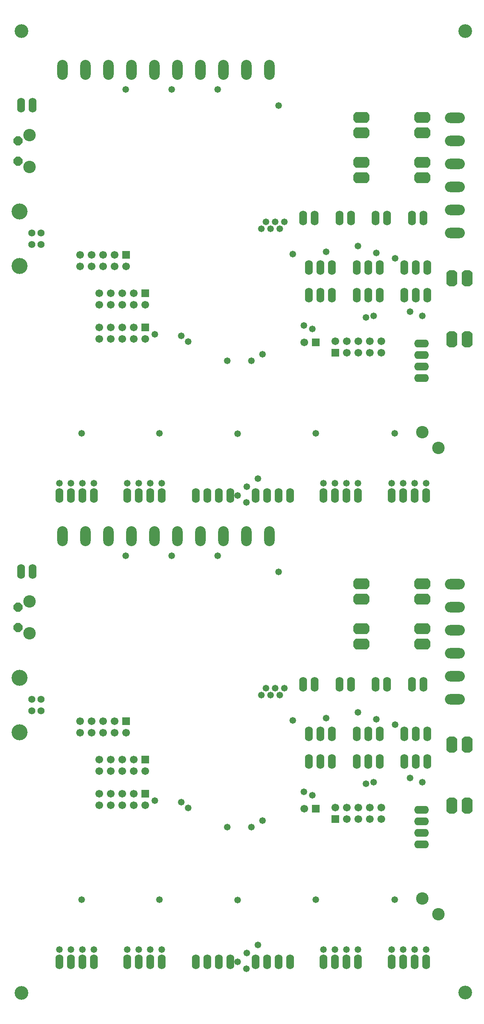
<source format=gbs>
G04 Layer_Color=16711935*
%FSLAX23Y23*%
%MOIN*%
G70*
G01*
G75*
G04:AMPARAMS|DCode=175|XSize=119mil|YSize=119mil|CornerRadius=59mil|HoleSize=0mil|Usage=FLASHONLY|Rotation=90.000|XOffset=0mil|YOffset=0mil|HoleType=Round|Shape=RoundedRectangle|*
%AMROUNDEDRECTD175*
21,1,0.119,0.000,0,0,90.0*
21,1,0.000,0.119,0,0,90.0*
1,1,0.119,0.000,0.000*
1,1,0.119,0.000,0.000*
1,1,0.119,0.000,0.000*
1,1,0.119,0.000,0.000*
%
%ADD175ROUNDEDRECTD175*%
%ADD181C,0.058*%
%ADD224C,0.067*%
%ADD225R,0.067X0.067*%
G04:AMPARAMS|DCode=226|XSize=141mil|YSize=91mil|CornerRadius=0mil|HoleSize=0mil|Usage=FLASHONLY|Rotation=180.000|XOffset=0mil|YOffset=0mil|HoleType=Round|Shape=Octagon|*
%AMOCTAGOND226*
4,1,8,-0.070,0.023,-0.070,-0.023,-0.048,-0.046,0.048,-0.046,0.070,-0.023,0.070,0.023,0.048,0.046,-0.048,0.046,-0.070,0.023,0.0*
%
%ADD226OCTAGOND226*%

%ADD227O,0.068X0.128*%
%ADD228C,0.062*%
%ADD229C,0.139*%
%ADD230C,0.108*%
%ADD231P,0.084X8X292.5*%
%ADD232O,0.091X0.173*%
%ADD233O,0.173X0.091*%
%ADD234O,0.128X0.068*%
G04:AMPARAMS|DCode=235|XSize=141mil|YSize=91mil|CornerRadius=0mil|HoleSize=0mil|Usage=FLASHONLY|Rotation=270.000|XOffset=0mil|YOffset=0mil|HoleType=Round|Shape=Octagon|*
%AMOCTAGOND235*
4,1,8,-0.023,-0.070,0.023,-0.070,0.046,-0.048,0.046,0.048,0.023,0.070,-0.023,0.070,-0.046,0.048,-0.046,-0.048,-0.023,-0.070,0.0*
%
%ADD235OCTAGOND235*%

D175*
X381Y131D02*
D03*
X4240Y134D02*
D03*
Y8482D02*
D03*
X381D02*
D03*
D181*
X2476Y1626D02*
D03*
X2171Y1571D02*
D03*
X2381D02*
D03*
X2836Y1876D02*
D03*
X3866Y1961D02*
D03*
X3445Y1960D02*
D03*
X2911Y1846D02*
D03*
X3761Y1996D02*
D03*
X3379Y1946D02*
D03*
X3631Y2461D02*
D03*
X3466Y2506D02*
D03*
X3626Y941D02*
D03*
X2586Y2776D02*
D03*
X1286Y3926D02*
D03*
X1687Y3927D02*
D03*
X2087D02*
D03*
X2616Y3786D02*
D03*
X2741Y2496D02*
D03*
X3030Y2516D02*
D03*
X1831Y1736D02*
D03*
X1541Y1801D02*
D03*
X1771Y1786D02*
D03*
X3308Y2567D02*
D03*
X2261Y936D02*
D03*
X904Y941D02*
D03*
X1582D02*
D03*
X2941D02*
D03*
X3801Y506D02*
D03*
X3206D02*
D03*
X1501D02*
D03*
X911D02*
D03*
X3901D02*
D03*
X3306D02*
D03*
X1601D02*
D03*
X1011D02*
D03*
X3701D02*
D03*
X3106D02*
D03*
X1401D02*
D03*
X811D02*
D03*
X3601D02*
D03*
X3006D02*
D03*
X1301D02*
D03*
X711D02*
D03*
X2436Y546D02*
D03*
X2261Y401D02*
D03*
X2341Y476D02*
D03*
X2336Y341D02*
D03*
X2626Y2716D02*
D03*
X2546D02*
D03*
X2506Y2776D02*
D03*
X2466Y2716D02*
D03*
X2666Y2776D02*
D03*
X2476Y5676D02*
D03*
X2171Y5621D02*
D03*
X2381D02*
D03*
X2836Y5926D02*
D03*
X3866Y6011D02*
D03*
X3445Y6010D02*
D03*
X2911Y5896D02*
D03*
X3761Y6046D02*
D03*
X3379Y5996D02*
D03*
X3631Y6511D02*
D03*
X3466Y6556D02*
D03*
X3626Y4991D02*
D03*
X2586Y6826D02*
D03*
X1286Y7976D02*
D03*
X1687Y7977D02*
D03*
X2087D02*
D03*
X2616Y7836D02*
D03*
X2741Y6546D02*
D03*
X3030Y6566D02*
D03*
X1831Y5786D02*
D03*
X1541Y5851D02*
D03*
X1771Y5836D02*
D03*
X3308Y6617D02*
D03*
X2261Y4986D02*
D03*
X904Y4991D02*
D03*
X1582D02*
D03*
X2941D02*
D03*
X3801Y4556D02*
D03*
X3206D02*
D03*
X1501D02*
D03*
X911D02*
D03*
X3901D02*
D03*
X3306D02*
D03*
X1601D02*
D03*
X1011D02*
D03*
X3701D02*
D03*
X3106D02*
D03*
X1401D02*
D03*
X811D02*
D03*
X3601D02*
D03*
X3006D02*
D03*
X1301D02*
D03*
X711D02*
D03*
X2436Y4596D02*
D03*
X2261Y4451D02*
D03*
X2341Y4526D02*
D03*
X2336Y4391D02*
D03*
X2626Y6766D02*
D03*
X2546D02*
D03*
X2506Y6826D02*
D03*
X2466Y6766D02*
D03*
X2666Y6826D02*
D03*
D224*
X3511Y1741D02*
D03*
Y1641D02*
D03*
X3411Y1741D02*
D03*
Y1641D02*
D03*
X3311Y1741D02*
D03*
Y1641D02*
D03*
X3211Y1741D02*
D03*
Y1641D02*
D03*
X3111Y1741D02*
D03*
X1456Y1761D02*
D03*
X1356Y1861D02*
D03*
Y1761D02*
D03*
X1256Y1861D02*
D03*
Y1761D02*
D03*
X1156Y1861D02*
D03*
Y1761D02*
D03*
X1056Y1861D02*
D03*
Y1761D02*
D03*
X1456Y2056D02*
D03*
X1356Y2156D02*
D03*
Y2056D02*
D03*
X1256Y2156D02*
D03*
Y2056D02*
D03*
X1156Y2156D02*
D03*
Y2056D02*
D03*
X1056Y2156D02*
D03*
Y2056D02*
D03*
X1291Y2391D02*
D03*
X1191Y2491D02*
D03*
Y2391D02*
D03*
X1091Y2491D02*
D03*
Y2391D02*
D03*
X991Y2491D02*
D03*
Y2391D02*
D03*
X891Y2491D02*
D03*
Y2391D02*
D03*
X2841Y1731D02*
D03*
X3511Y5791D02*
D03*
Y5691D02*
D03*
X3411Y5791D02*
D03*
Y5691D02*
D03*
X3311Y5791D02*
D03*
Y5691D02*
D03*
X3211Y5791D02*
D03*
Y5691D02*
D03*
X3111Y5791D02*
D03*
X1456Y5811D02*
D03*
X1356Y5911D02*
D03*
Y5811D02*
D03*
X1256Y5911D02*
D03*
Y5811D02*
D03*
X1156Y5911D02*
D03*
Y5811D02*
D03*
X1056Y5911D02*
D03*
Y5811D02*
D03*
X1456Y6106D02*
D03*
X1356Y6206D02*
D03*
Y6106D02*
D03*
X1256Y6206D02*
D03*
Y6106D02*
D03*
X1156Y6206D02*
D03*
Y6106D02*
D03*
X1056Y6206D02*
D03*
Y6106D02*
D03*
X1291Y6441D02*
D03*
X1191Y6541D02*
D03*
Y6441D02*
D03*
X1091Y6541D02*
D03*
Y6441D02*
D03*
X991Y6541D02*
D03*
Y6441D02*
D03*
X891Y6541D02*
D03*
Y6441D02*
D03*
X2841Y5781D02*
D03*
D225*
X3111Y1641D02*
D03*
X1456Y1861D02*
D03*
Y2156D02*
D03*
X1291Y2491D02*
D03*
X2941Y1731D02*
D03*
X3111Y5691D02*
D03*
X1456Y5911D02*
D03*
Y6206D02*
D03*
X1291Y6541D02*
D03*
X2941Y5781D02*
D03*
D226*
X3336Y3549D02*
D03*
Y3683D02*
D03*
X3866D02*
D03*
Y3549D02*
D03*
X3336Y3159D02*
D03*
Y3293D02*
D03*
X3866D02*
D03*
Y3159D02*
D03*
X3336Y7599D02*
D03*
Y7733D02*
D03*
X3866D02*
D03*
Y7599D02*
D03*
X3336Y7209D02*
D03*
Y7343D02*
D03*
X3866D02*
D03*
Y7209D02*
D03*
D227*
X3711Y2381D02*
D03*
X3811D02*
D03*
X3911D02*
D03*
X3560Y2811D02*
D03*
X3460D02*
D03*
X3876Y2811D02*
D03*
X3776D02*
D03*
X2932Y2811D02*
D03*
X2832D02*
D03*
X3247D02*
D03*
X3147D02*
D03*
X3081Y2141D02*
D03*
X2981D02*
D03*
X2881D02*
D03*
X3911D02*
D03*
X3811D02*
D03*
X3711D02*
D03*
X3496D02*
D03*
X3396D02*
D03*
X3296D02*
D03*
X2881Y2381D02*
D03*
X2981D02*
D03*
X3081D02*
D03*
X3296D02*
D03*
X3396D02*
D03*
X3496D02*
D03*
X376Y3791D02*
D03*
X476D02*
D03*
X711Y401D02*
D03*
X811D02*
D03*
X911D02*
D03*
X1011D02*
D03*
X1301D02*
D03*
X1401D02*
D03*
X1501D02*
D03*
X1601D02*
D03*
X3006D02*
D03*
X3106D02*
D03*
X3206D02*
D03*
X3306D02*
D03*
X3601D02*
D03*
X3701D02*
D03*
X3801D02*
D03*
X3901D02*
D03*
X2716D02*
D03*
X2616D02*
D03*
X2516D02*
D03*
X2416D02*
D03*
X2196D02*
D03*
X2096D02*
D03*
X1996D02*
D03*
X1896D02*
D03*
X3711Y6431D02*
D03*
X3811D02*
D03*
X3911D02*
D03*
X3560Y6861D02*
D03*
X3460D02*
D03*
X3876Y6861D02*
D03*
X3776D02*
D03*
X2932Y6861D02*
D03*
X2832D02*
D03*
X3247D02*
D03*
X3147D02*
D03*
X3081Y6191D02*
D03*
X2981D02*
D03*
X2881D02*
D03*
X3911D02*
D03*
X3811D02*
D03*
X3711D02*
D03*
X3496D02*
D03*
X3396D02*
D03*
X3296D02*
D03*
X2881Y6431D02*
D03*
X2981D02*
D03*
X3081D02*
D03*
X3296D02*
D03*
X3396D02*
D03*
X3496D02*
D03*
X376Y7841D02*
D03*
X476D02*
D03*
X711Y4451D02*
D03*
X811D02*
D03*
X911D02*
D03*
X1011D02*
D03*
X1301D02*
D03*
X1401D02*
D03*
X1501D02*
D03*
X1601D02*
D03*
X3006D02*
D03*
X3106D02*
D03*
X3206D02*
D03*
X3306D02*
D03*
X3601D02*
D03*
X3701D02*
D03*
X3801D02*
D03*
X3901D02*
D03*
X2716D02*
D03*
X2616D02*
D03*
X2516D02*
D03*
X2416D02*
D03*
X2196D02*
D03*
X2096D02*
D03*
X1996D02*
D03*
X1896D02*
D03*
D228*
X550Y2581D02*
D03*
Y2680D02*
D03*
X471D02*
D03*
Y2581D02*
D03*
X550Y6631D02*
D03*
Y6730D02*
D03*
X471D02*
D03*
Y6631D02*
D03*
D229*
X364Y2867D02*
D03*
Y2394D02*
D03*
Y6917D02*
D03*
Y6444D02*
D03*
D230*
X450Y3253D02*
D03*
Y3529D02*
D03*
X4006Y812D02*
D03*
X3867Y951D02*
D03*
X450Y7303D02*
D03*
Y7579D02*
D03*
X4006Y4862D02*
D03*
X3867Y5001D02*
D03*
D231*
X352Y3302D02*
D03*
Y3480D02*
D03*
Y7352D02*
D03*
Y7530D02*
D03*
D232*
X736Y4096D02*
D03*
X936D02*
D03*
X1136D02*
D03*
X1336D02*
D03*
X1536D02*
D03*
X1736D02*
D03*
X1936D02*
D03*
X2136D02*
D03*
X2336D02*
D03*
X2536D02*
D03*
X736Y8146D02*
D03*
X936D02*
D03*
X1136D02*
D03*
X1336D02*
D03*
X1536D02*
D03*
X1736D02*
D03*
X1936D02*
D03*
X2136D02*
D03*
X2336D02*
D03*
X2536D02*
D03*
D233*
X4151Y2681D02*
D03*
Y2881D02*
D03*
Y3081D02*
D03*
Y3681D02*
D03*
Y3481D02*
D03*
Y3281D02*
D03*
Y6731D02*
D03*
Y6931D02*
D03*
Y7131D02*
D03*
Y7731D02*
D03*
Y7531D02*
D03*
Y7331D02*
D03*
D234*
X3861Y1721D02*
D03*
Y1621D02*
D03*
Y1521D02*
D03*
Y1421D02*
D03*
Y5771D02*
D03*
Y5671D02*
D03*
Y5571D02*
D03*
Y5471D02*
D03*
D235*
X4258Y1756D02*
D03*
X4124D02*
D03*
Y2286D02*
D03*
X4258D02*
D03*
Y5806D02*
D03*
X4124D02*
D03*
Y6336D02*
D03*
X4258D02*
D03*
M02*

</source>
